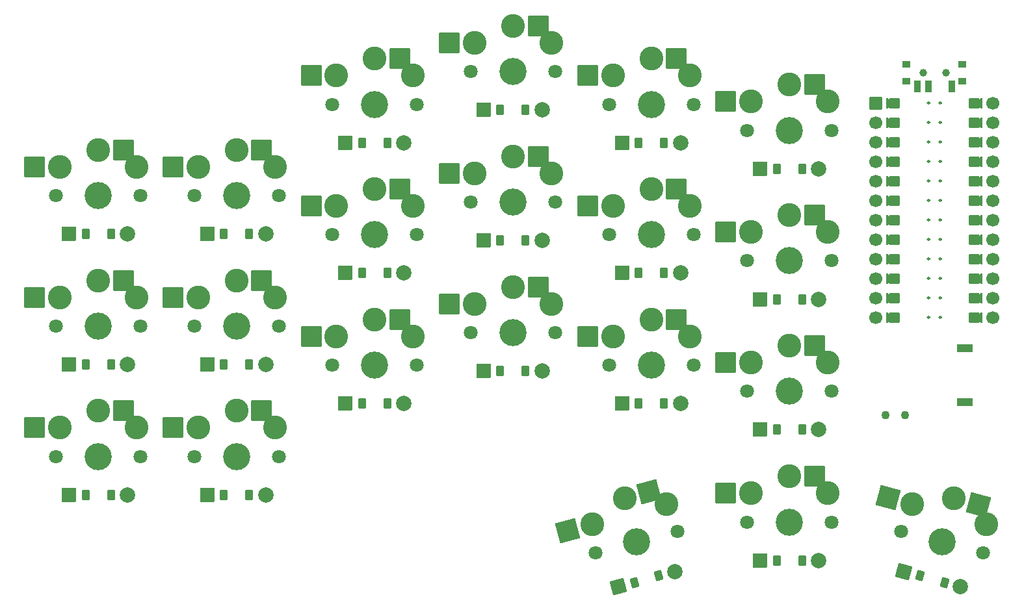
<source format=gbr>
%TF.GenerationSoftware,KiCad,Pcbnew,(6.0.4)*%
%TF.CreationDate,2022-07-03T12:25:36-07:00*%
%TF.ProjectId,danns87_corne_custom,64616e6e-7338-4375-9f63-6f726e655f63,v1.0.0*%
%TF.SameCoordinates,Original*%
%TF.FileFunction,Soldermask,Top*%
%TF.FilePolarity,Negative*%
%FSLAX46Y46*%
G04 Gerber Fmt 4.6, Leading zero omitted, Abs format (unit mm)*
G04 Created by KiCad (PCBNEW (6.0.4)) date 2022-07-03 12:25:36*
%MOMM*%
%LPD*%
G01*
G04 APERTURE LIST*
G04 Aperture macros list*
%AMRoundRect*
0 Rectangle with rounded corners*
0 $1 Rounding radius*
0 $2 $3 $4 $5 $6 $7 $8 $9 X,Y pos of 4 corners*
0 Add a 4 corners polygon primitive as box body*
4,1,4,$2,$3,$4,$5,$6,$7,$8,$9,$2,$3,0*
0 Add four circle primitives for the rounded corners*
1,1,$1+$1,$2,$3*
1,1,$1+$1,$4,$5*
1,1,$1+$1,$6,$7*
1,1,$1+$1,$8,$9*
0 Add four rect primitives between the rounded corners*
20,1,$1+$1,$2,$3,$4,$5,0*
20,1,$1+$1,$4,$5,$6,$7,0*
20,1,$1+$1,$6,$7,$8,$9,0*
20,1,$1+$1,$8,$9,$2,$3,0*%
%AMFreePoly0*
4,1,14,0.635355,0.435355,0.650000,0.400000,0.650000,0.200000,0.635355,0.164645,0.035355,-0.435355,0.000000,-0.450000,-0.035355,-0.435355,-0.635355,0.164645,-0.650000,0.200000,-0.650000,0.400000,-0.635355,0.435355,-0.600000,0.450000,0.600000,0.450000,0.635355,0.435355,0.635355,0.435355,$1*%
%AMFreePoly1*
4,1,16,0.635355,1.035355,0.650000,1.000000,0.650000,-0.250000,0.635355,-0.285355,0.600000,-0.300000,-0.600000,-0.300000,-0.635355,-0.285355,-0.650000,-0.250000,-0.650000,1.000000,-0.635355,1.035355,-0.600000,1.050000,-0.564645,1.035355,0.000000,0.470710,0.564645,1.035355,0.600000,1.050000,0.635355,1.035355,0.635355,1.035355,$1*%
G04 Aperture macros list end*
%ADD10C,0.250000*%
%ADD11C,0.100000*%
%ADD12C,1.100000*%
%ADD13C,2.005000*%
%ADD14RoundRect,0.050000X-0.450000X-0.600000X0.450000X-0.600000X0.450000X0.600000X-0.450000X0.600000X0*%
%ADD15RoundRect,0.050000X-0.889000X-0.889000X0.889000X-0.889000X0.889000X0.889000X-0.889000X0.889000X0*%
%ADD16C,3.100000*%
%ADD17C,3.529000*%
%ADD18C,1.801800*%
%ADD19RoundRect,0.050000X-1.300000X-1.300000X1.300000X-1.300000X1.300000X1.300000X-1.300000X1.300000X0*%
%ADD20RoundRect,0.050000X1.000000X-0.500000X1.000000X0.500000X-1.000000X0.500000X-1.000000X-0.500000X0*%
%ADD21FreePoly0,270.000000*%
%ADD22FreePoly0,90.000000*%
%ADD23RoundRect,0.050000X-0.800000X0.800000X-0.800000X-0.800000X0.800000X-0.800000X0.800000X0.800000X0*%
%ADD24C,1.700000*%
%ADD25FreePoly1,270.000000*%
%ADD26FreePoly1,90.000000*%
%ADD27RoundRect,0.050000X0.500000X0.400000X-0.500000X0.400000X-0.500000X-0.400000X0.500000X-0.400000X0*%
%ADD28C,1.000000*%
%ADD29RoundRect,0.050000X0.350000X0.750000X-0.350000X0.750000X-0.350000X-0.750000X0.350000X-0.750000X0*%
%ADD30RoundRect,0.050000X-0.589958X-0.463087X0.279375X-0.696024X0.589958X0.463087X-0.279375X0.696024X0*%
%ADD31RoundRect,0.050000X-1.088798X-0.628618X0.628618X-1.088798X1.088798X0.628618X-0.628618X1.088798X0*%
%ADD32RoundRect,0.050000X-0.279375X-0.696024X0.589958X-0.463087X0.279375X0.696024X-0.589958X0.463087X0*%
%ADD33RoundRect,0.050000X-0.628618X-1.088798X1.088798X-0.628618X0.628618X1.088798X-1.088798X0.628618X0*%
%ADD34RoundRect,0.050000X-1.592168X-0.919239X0.919239X-1.592168X1.592168X0.919239X-0.919239X1.592168X0*%
%ADD35RoundRect,0.050000X-0.919239X-1.592168X1.592168X-0.919239X0.919239X1.592168X-1.592168X0.919239X0*%
G04 APERTURE END LIST*
D10*
%TO.C,MCU1*%
X127777000Y33370000D02*
G75*
G03*
X127777000Y33370000I-125000J0D01*
G01*
X126253000Y20670000D02*
G75*
G03*
X126253000Y20670000I-125000J0D01*
G01*
X127777000Y35910000D02*
G75*
G03*
X127777000Y35910000I-125000J0D01*
G01*
X127777000Y18130000D02*
G75*
G03*
X127777000Y18130000I-125000J0D01*
G01*
X126253000Y40990000D02*
G75*
G03*
X126253000Y40990000I-125000J0D01*
G01*
X127777000Y46070000D02*
G75*
G03*
X127777000Y46070000I-125000J0D01*
G01*
X126253000Y35910000D02*
G75*
G03*
X126253000Y35910000I-125000J0D01*
G01*
X127777000Y20670000D02*
G75*
G03*
X127777000Y20670000I-125000J0D01*
G01*
X127777000Y28290000D02*
G75*
G03*
X127777000Y28290000I-125000J0D01*
G01*
X126253000Y23210000D02*
G75*
G03*
X126253000Y23210000I-125000J0D01*
G01*
X126253000Y46070000D02*
G75*
G03*
X126253000Y46070000I-125000J0D01*
G01*
X127777000Y38450000D02*
G75*
G03*
X127777000Y38450000I-125000J0D01*
G01*
X127777000Y25750000D02*
G75*
G03*
X127777000Y25750000I-125000J0D01*
G01*
X126253000Y30830000D02*
G75*
G03*
X126253000Y30830000I-125000J0D01*
G01*
X127777000Y30830000D02*
G75*
G03*
X127777000Y30830000I-125000J0D01*
G01*
X127777000Y40990000D02*
G75*
G03*
X127777000Y40990000I-125000J0D01*
G01*
X127777000Y43530000D02*
G75*
G03*
X127777000Y43530000I-125000J0D01*
G01*
X127777000Y23210000D02*
G75*
G03*
X127777000Y23210000I-125000J0D01*
G01*
X126253000Y25750000D02*
G75*
G03*
X126253000Y25750000I-125000J0D01*
G01*
X126253000Y18130000D02*
G75*
G03*
X126253000Y18130000I-125000J0D01*
G01*
X126253000Y43530000D02*
G75*
G03*
X126253000Y43530000I-125000J0D01*
G01*
X126253000Y38450000D02*
G75*
G03*
X126253000Y38450000I-125000J0D01*
G01*
X126253000Y28290000D02*
G75*
G03*
X126253000Y28290000I-125000J0D01*
G01*
X126253000Y33370000D02*
G75*
G03*
X126253000Y33370000I-125000J0D01*
G01*
G36*
X121810000Y20162000D02*
G01*
X120794000Y20162000D01*
X120794000Y21178000D01*
X121810000Y21178000D01*
X121810000Y20162000D01*
G37*
D11*
X121810000Y20162000D02*
X120794000Y20162000D01*
X120794000Y21178000D01*
X121810000Y21178000D01*
X121810000Y20162000D01*
G36*
X132986000Y22702000D02*
G01*
X131970000Y22702000D01*
X131970000Y23718000D01*
X132986000Y23718000D01*
X132986000Y22702000D01*
G37*
X132986000Y22702000D02*
X131970000Y22702000D01*
X131970000Y23718000D01*
X132986000Y23718000D01*
X132986000Y22702000D01*
G36*
X132986000Y20162000D02*
G01*
X131970000Y20162000D01*
X131970000Y21178000D01*
X132986000Y21178000D01*
X132986000Y20162000D01*
G37*
X132986000Y20162000D02*
X131970000Y20162000D01*
X131970000Y21178000D01*
X132986000Y21178000D01*
X132986000Y20162000D01*
G36*
X121810000Y37942000D02*
G01*
X120794000Y37942000D01*
X120794000Y38958000D01*
X121810000Y38958000D01*
X121810000Y37942000D01*
G37*
X121810000Y37942000D02*
X120794000Y37942000D01*
X120794000Y38958000D01*
X121810000Y38958000D01*
X121810000Y37942000D01*
G36*
X132986000Y43022000D02*
G01*
X131970000Y43022000D01*
X131970000Y44038000D01*
X132986000Y44038000D01*
X132986000Y43022000D01*
G37*
X132986000Y43022000D02*
X131970000Y43022000D01*
X131970000Y44038000D01*
X132986000Y44038000D01*
X132986000Y43022000D01*
G36*
X132986000Y27782000D02*
G01*
X131970000Y27782000D01*
X131970000Y28798000D01*
X132986000Y28798000D01*
X132986000Y27782000D01*
G37*
X132986000Y27782000D02*
X131970000Y27782000D01*
X131970000Y28798000D01*
X132986000Y28798000D01*
X132986000Y27782000D01*
G36*
X121810000Y43022000D02*
G01*
X120794000Y43022000D01*
X120794000Y44038000D01*
X121810000Y44038000D01*
X121810000Y43022000D01*
G37*
X121810000Y43022000D02*
X120794000Y43022000D01*
X120794000Y44038000D01*
X121810000Y44038000D01*
X121810000Y43022000D01*
G36*
X121810000Y35402000D02*
G01*
X120794000Y35402000D01*
X120794000Y36418000D01*
X121810000Y36418000D01*
X121810000Y35402000D01*
G37*
X121810000Y35402000D02*
X120794000Y35402000D01*
X120794000Y36418000D01*
X121810000Y36418000D01*
X121810000Y35402000D01*
G36*
X132986000Y17622000D02*
G01*
X131970000Y17622000D01*
X131970000Y18638000D01*
X132986000Y18638000D01*
X132986000Y17622000D01*
G37*
X132986000Y17622000D02*
X131970000Y17622000D01*
X131970000Y18638000D01*
X132986000Y18638000D01*
X132986000Y17622000D01*
G36*
X132986000Y45562000D02*
G01*
X131970000Y45562000D01*
X131970000Y46578000D01*
X132986000Y46578000D01*
X132986000Y45562000D01*
G37*
X132986000Y45562000D02*
X131970000Y45562000D01*
X131970000Y46578000D01*
X132986000Y46578000D01*
X132986000Y45562000D01*
G36*
X132986000Y37942000D02*
G01*
X131970000Y37942000D01*
X131970000Y38958000D01*
X132986000Y38958000D01*
X132986000Y37942000D01*
G37*
X132986000Y37942000D02*
X131970000Y37942000D01*
X131970000Y38958000D01*
X132986000Y38958000D01*
X132986000Y37942000D01*
G36*
X132986000Y35402000D02*
G01*
X131970000Y35402000D01*
X131970000Y36418000D01*
X132986000Y36418000D01*
X132986000Y35402000D01*
G37*
X132986000Y35402000D02*
X131970000Y35402000D01*
X131970000Y36418000D01*
X132986000Y36418000D01*
X132986000Y35402000D01*
G36*
X121810000Y17622000D02*
G01*
X120794000Y17622000D01*
X120794000Y18638000D01*
X121810000Y18638000D01*
X121810000Y17622000D01*
G37*
X121810000Y17622000D02*
X120794000Y17622000D01*
X120794000Y18638000D01*
X121810000Y18638000D01*
X121810000Y17622000D01*
G36*
X121810000Y45562000D02*
G01*
X120794000Y45562000D01*
X120794000Y46578000D01*
X121810000Y46578000D01*
X121810000Y45562000D01*
G37*
X121810000Y45562000D02*
X120794000Y45562000D01*
X120794000Y46578000D01*
X121810000Y46578000D01*
X121810000Y45562000D01*
G36*
X132986000Y25242000D02*
G01*
X131970000Y25242000D01*
X131970000Y26258000D01*
X132986000Y26258000D01*
X132986000Y25242000D01*
G37*
X132986000Y25242000D02*
X131970000Y25242000D01*
X131970000Y26258000D01*
X132986000Y26258000D01*
X132986000Y25242000D01*
G36*
X132986000Y40482000D02*
G01*
X131970000Y40482000D01*
X131970000Y41498000D01*
X132986000Y41498000D01*
X132986000Y40482000D01*
G37*
X132986000Y40482000D02*
X131970000Y40482000D01*
X131970000Y41498000D01*
X132986000Y41498000D01*
X132986000Y40482000D01*
G36*
X121810000Y30322000D02*
G01*
X120794000Y30322000D01*
X120794000Y31338000D01*
X121810000Y31338000D01*
X121810000Y30322000D01*
G37*
X121810000Y30322000D02*
X120794000Y30322000D01*
X120794000Y31338000D01*
X121810000Y31338000D01*
X121810000Y30322000D01*
G36*
X121810000Y40482000D02*
G01*
X120794000Y40482000D01*
X120794000Y41498000D01*
X121810000Y41498000D01*
X121810000Y40482000D01*
G37*
X121810000Y40482000D02*
X120794000Y40482000D01*
X120794000Y41498000D01*
X121810000Y41498000D01*
X121810000Y40482000D01*
G36*
X121810000Y25242000D02*
G01*
X120794000Y25242000D01*
X120794000Y26258000D01*
X121810000Y26258000D01*
X121810000Y25242000D01*
G37*
X121810000Y25242000D02*
X120794000Y25242000D01*
X120794000Y26258000D01*
X121810000Y26258000D01*
X121810000Y25242000D01*
G36*
X121810000Y27782000D02*
G01*
X120794000Y27782000D01*
X120794000Y28798000D01*
X121810000Y28798000D01*
X121810000Y27782000D01*
G37*
X121810000Y27782000D02*
X120794000Y27782000D01*
X120794000Y28798000D01*
X121810000Y28798000D01*
X121810000Y27782000D01*
G36*
X132986000Y32862000D02*
G01*
X131970000Y32862000D01*
X131970000Y33878000D01*
X132986000Y33878000D01*
X132986000Y32862000D01*
G37*
X132986000Y32862000D02*
X131970000Y32862000D01*
X131970000Y33878000D01*
X132986000Y33878000D01*
X132986000Y32862000D01*
G36*
X132986000Y30322000D02*
G01*
X131970000Y30322000D01*
X131970000Y31338000D01*
X132986000Y31338000D01*
X132986000Y30322000D01*
G37*
X132986000Y30322000D02*
X131970000Y30322000D01*
X131970000Y31338000D01*
X132986000Y31338000D01*
X132986000Y30322000D01*
G36*
X121810000Y22702000D02*
G01*
X120794000Y22702000D01*
X120794000Y23718000D01*
X121810000Y23718000D01*
X121810000Y22702000D01*
G37*
X121810000Y22702000D02*
X120794000Y22702000D01*
X120794000Y23718000D01*
X121810000Y23718000D01*
X121810000Y22702000D01*
G36*
X121810000Y32862000D02*
G01*
X120794000Y32862000D01*
X120794000Y33878000D01*
X121810000Y33878000D01*
X121810000Y32862000D01*
G37*
X121810000Y32862000D02*
X120794000Y32862000D01*
X120794000Y33878000D01*
X121810000Y33878000D01*
X121810000Y32862000D01*
%TD*%
D12*
%TO.C,PAD1*%
X120505000Y5400000D03*
X123045000Y5400000D03*
%TD*%
D13*
%TO.C,D10*%
X75810000Y11150000D03*
D14*
X70350000Y11150000D03*
X73650000Y11150000D03*
D15*
X68190000Y11150000D03*
%TD*%
D14*
%TO.C,D9*%
X52350000Y40900000D03*
D13*
X57810000Y40900000D03*
D15*
X50190000Y40900000D03*
D14*
X55650000Y40900000D03*
%TD*%
D13*
%TO.C,D7*%
X57810000Y6900000D03*
D14*
X52350000Y6900000D03*
X55650000Y6900000D03*
D15*
X50190000Y6900000D03*
%TD*%
D14*
%TO.C,D2*%
X16350000Y12000000D03*
D13*
X21810000Y12000000D03*
D14*
X19650000Y12000000D03*
D15*
X14190000Y12000000D03*
%TD*%
D14*
%TO.C,D16*%
X106350000Y3500000D03*
D13*
X111810000Y3500000D03*
D15*
X104190000Y3500000D03*
D14*
X109650000Y3500000D03*
%TD*%
D16*
%TO.C,S2*%
X23000000Y20750000D03*
D17*
X18000000Y17000000D03*
D16*
X18000000Y22950000D03*
D18*
X23500000Y17000000D03*
D16*
X18000000Y22950000D03*
X13000000Y20750000D03*
D18*
X12500000Y17000000D03*
D19*
X21275000Y22950000D03*
X9725000Y20750000D03*
%TD*%
D14*
%TO.C,D1*%
X16350000Y-5000000D03*
D13*
X21810000Y-5000000D03*
D14*
X19650000Y-5000000D03*
D15*
X14190000Y-5000000D03*
%TD*%
D13*
%TO.C,D6*%
X39810000Y29000000D03*
D14*
X34350000Y29000000D03*
D15*
X32190000Y29000000D03*
D14*
X37650000Y29000000D03*
%TD*%
D20*
%TO.C,S22*%
X130810000Y14075000D03*
X130810000Y7075000D03*
%TD*%
D13*
%TO.C,D13*%
X93810000Y6900000D03*
D14*
X88350000Y6900000D03*
D15*
X86190000Y6900000D03*
D14*
X91650000Y6900000D03*
%TD*%
%TO.C,D4*%
X34350000Y-5000000D03*
D13*
X39810000Y-5000000D03*
D14*
X37650000Y-5000000D03*
D15*
X32190000Y-5000000D03*
%TD*%
D21*
%TO.C,MCU1*%
X132732000Y23210000D03*
D22*
X121048000Y20670000D03*
D23*
X119270000Y46070000D03*
D22*
X121048000Y46070000D03*
D24*
X119270000Y43530000D03*
X119270000Y33370000D03*
X119270000Y23210000D03*
X134510000Y25750000D03*
D22*
X121048000Y30830000D03*
D24*
X119270000Y25750000D03*
X134510000Y20670000D03*
D22*
X121048000Y35910000D03*
D21*
X132732000Y33370000D03*
X132732000Y35910000D03*
D24*
X134510000Y28290000D03*
X134510000Y18130000D03*
X134510000Y40990000D03*
D21*
X132732000Y46070000D03*
D24*
X119270000Y20670000D03*
X134510000Y33370000D03*
X119270000Y35910000D03*
D21*
X132732000Y18130000D03*
D24*
X134510000Y23210000D03*
D21*
X132732000Y20670000D03*
D24*
X134510000Y30830000D03*
D21*
X132732000Y28290000D03*
D24*
X134510000Y46070000D03*
D22*
X121048000Y25750000D03*
D24*
X134510000Y43530000D03*
D22*
X121048000Y23210000D03*
D24*
X119270000Y46070000D03*
D22*
X121048000Y38450000D03*
D24*
X119270000Y40990000D03*
D21*
X132732000Y30830000D03*
D24*
X119270000Y18130000D03*
D22*
X121048000Y40990000D03*
D21*
X132732000Y40990000D03*
X132732000Y38450000D03*
D24*
X134510000Y35910000D03*
X119270000Y28290000D03*
D22*
X121048000Y33370000D03*
D21*
X132732000Y43530000D03*
D24*
X119270000Y38450000D03*
D21*
X132732000Y25750000D03*
D24*
X134510000Y38450000D03*
X119270000Y30830000D03*
D22*
X121048000Y43530000D03*
X121048000Y28290000D03*
X121048000Y18130000D03*
D25*
X131716000Y46070000D03*
X131716000Y43530000D03*
X131716000Y40990000D03*
X131716000Y38450000D03*
X131716000Y35910000D03*
X131716000Y33370000D03*
X131716000Y30830000D03*
X131716000Y28290000D03*
X131716000Y25750000D03*
X131716000Y23210000D03*
X131716000Y20670000D03*
X131716000Y18130000D03*
D26*
X122064000Y18130000D03*
X122064000Y20670000D03*
X122064000Y23210000D03*
X122064000Y25750000D03*
X122064000Y28290000D03*
X122064000Y30830000D03*
X122064000Y33370000D03*
X122064000Y35910000D03*
X122064000Y38450000D03*
X122064000Y40990000D03*
X122064000Y43530000D03*
X122064000Y46070000D03*
%TD*%
D16*
%TO.C,S1*%
X23000000Y3750000D03*
X18000000Y5950000D03*
D18*
X23500000Y0D03*
D16*
X13000000Y3750000D03*
D18*
X12500000Y0D03*
D17*
X18000000Y0D03*
D16*
X18000000Y5950000D03*
D19*
X21275000Y5950000D03*
X9725000Y3750000D03*
%TD*%
D16*
%TO.C,S5*%
X36000000Y22950000D03*
X41000000Y20750000D03*
X31000000Y20750000D03*
D18*
X30500000Y17000000D03*
X41500000Y17000000D03*
D17*
X36000000Y17000000D03*
D16*
X36000000Y22950000D03*
D19*
X39275000Y22950000D03*
X27725000Y20750000D03*
%TD*%
D16*
%TO.C,S15*%
X90000000Y51850000D03*
D17*
X90000000Y45900000D03*
D16*
X90000000Y51850000D03*
D18*
X95500000Y45900000D03*
D16*
X85000000Y49650000D03*
X95000000Y49650000D03*
D18*
X84500000Y45900000D03*
D19*
X93275000Y51850000D03*
X81725000Y49650000D03*
%TD*%
D14*
%TO.C,D14*%
X88350000Y23900000D03*
D13*
X93810000Y23900000D03*
D15*
X86190000Y23900000D03*
D14*
X91650000Y23900000D03*
%TD*%
D18*
%TO.C,S6*%
X41500000Y34000000D03*
D17*
X36000000Y34000000D03*
D18*
X30500000Y34000000D03*
D16*
X41000000Y37750000D03*
X31000000Y37750000D03*
X36000000Y39950000D03*
X36000000Y39950000D03*
D19*
X39275000Y39950000D03*
X27725000Y37750000D03*
%TD*%
D16*
%TO.C,S9*%
X54000000Y51850000D03*
D17*
X54000000Y45900000D03*
D16*
X49000000Y49650000D03*
D18*
X59500000Y45900000D03*
D16*
X54000000Y51850000D03*
X59000000Y49650000D03*
D18*
X48500000Y45900000D03*
D19*
X57275000Y51850000D03*
X45725000Y49650000D03*
%TD*%
D16*
%TO.C,S8*%
X49000000Y32650000D03*
D18*
X59500000Y28900000D03*
D16*
X54000000Y34850000D03*
D18*
X48500000Y28900000D03*
D16*
X59000000Y32650000D03*
D17*
X54000000Y28900000D03*
D16*
X54000000Y34850000D03*
D19*
X57275000Y34850000D03*
X45725000Y32650000D03*
%TD*%
D14*
%TO.C,D18*%
X106350000Y37500000D03*
D13*
X111810000Y37500000D03*
D14*
X109650000Y37500000D03*
D15*
X104190000Y37500000D03*
%TD*%
D16*
%TO.C,S4*%
X36000000Y5950000D03*
D18*
X30500000Y0D03*
D16*
X31000000Y3750000D03*
D18*
X41500000Y0D03*
D16*
X41000000Y3750000D03*
X36000000Y5950000D03*
D17*
X36000000Y0D03*
D19*
X39275000Y5950000D03*
X27725000Y3750000D03*
%TD*%
D13*
%TO.C,D8*%
X57810000Y23900000D03*
D14*
X52350000Y23900000D03*
D15*
X50190000Y23900000D03*
D14*
X55650000Y23900000D03*
%TD*%
D16*
%TO.C,S18*%
X108000000Y48450000D03*
X108000000Y48450000D03*
D18*
X102500000Y42500000D03*
X113500000Y42500000D03*
D16*
X103000000Y46250000D03*
D17*
X108000000Y42500000D03*
D16*
X113000000Y46250000D03*
D19*
X111275000Y48450000D03*
X99725000Y46250000D03*
%TD*%
D16*
%TO.C,S13*%
X90000000Y17850000D03*
D18*
X84500000Y11900000D03*
X95500000Y11900000D03*
D16*
X85000000Y15650000D03*
X90000000Y17850000D03*
X95000000Y15650000D03*
D17*
X90000000Y11900000D03*
D19*
X93275000Y17850000D03*
X81725000Y15650000D03*
%TD*%
D13*
%TO.C,D11*%
X75810000Y28150000D03*
D14*
X70350000Y28150000D03*
D15*
X68190000Y28150000D03*
D14*
X73650000Y28150000D03*
%TD*%
D16*
%TO.C,S12*%
X72000000Y56100000D03*
X67000000Y53900000D03*
D17*
X72000000Y50150000D03*
D18*
X77500000Y50150000D03*
X66500000Y50150000D03*
D16*
X77000000Y53900000D03*
X72000000Y56100000D03*
D19*
X75275000Y56100000D03*
X63725000Y53900000D03*
%TD*%
D14*
%TO.C,D3*%
X16350000Y29000000D03*
D13*
X21810000Y29000000D03*
D15*
X14190000Y29000000D03*
D14*
X19650000Y29000000D03*
%TD*%
D13*
%TO.C,D5*%
X39810000Y12000000D03*
D14*
X34350000Y12000000D03*
X37650000Y12000000D03*
D15*
X32190000Y12000000D03*
%TD*%
D27*
%TO.C,T1*%
X130540000Y51105000D03*
D28*
X125390000Y50005000D03*
X128390000Y50005000D03*
D27*
X123240000Y48895000D03*
D28*
X125390000Y50005000D03*
X128390000Y50005000D03*
D27*
X123240000Y51105000D03*
X130540000Y48895000D03*
D29*
X129140000Y48245000D03*
X126140000Y48245000D03*
X124640000Y48245000D03*
%TD*%
D16*
%TO.C,S11*%
X72000000Y39100000D03*
X77000000Y36900000D03*
D18*
X77500000Y33150000D03*
X66500000Y33150000D03*
D17*
X72000000Y33150000D03*
D16*
X67000000Y36900000D03*
X72000000Y39100000D03*
D19*
X75275000Y39100000D03*
X63725000Y36900000D03*
%TD*%
D18*
%TO.C,S10*%
X77500000Y16150000D03*
D16*
X72000000Y22100000D03*
X67000000Y19900000D03*
D18*
X66500000Y16150000D03*
D16*
X72000000Y22100000D03*
X77000000Y19900000D03*
D17*
X72000000Y16150000D03*
D19*
X75275000Y22100000D03*
X63725000Y19900000D03*
%TD*%
D13*
%TO.C,D17*%
X111810000Y20500000D03*
D14*
X106350000Y20500000D03*
X109650000Y20500000D03*
D15*
X104190000Y20500000D03*
%TD*%
D13*
%TO.C,D20*%
X111796700Y-13541300D03*
D14*
X106336700Y-13541300D03*
D15*
X104176700Y-13541300D03*
D14*
X109636700Y-13541300D03*
%TD*%
D30*
%TO.C,D21*%
X124992122Y-15562849D03*
D13*
X130266077Y-16976001D03*
D31*
X122905723Y-15003799D03*
D30*
X128179678Y-16416951D03*
%TD*%
D16*
%TO.C,S7*%
X59000000Y15650000D03*
X49000000Y15650000D03*
X54000000Y17850000D03*
D18*
X48500000Y11900000D03*
D16*
X54000000Y17850000D03*
D17*
X54000000Y11900000D03*
D18*
X59500000Y11900000D03*
D19*
X57275000Y17850000D03*
X45725000Y15650000D03*
%TD*%
D18*
%TO.C,S17*%
X102500000Y25500000D03*
D16*
X103000000Y29250000D03*
D18*
X113500000Y25500000D03*
D17*
X108000000Y25500000D03*
D16*
X108000000Y31450000D03*
X108000000Y31450000D03*
X113000000Y29250000D03*
D19*
X111275000Y31450000D03*
X99725000Y29250000D03*
%TD*%
D13*
%TO.C,D12*%
X75810000Y45150000D03*
D14*
X70350000Y45150000D03*
D15*
X68190000Y45150000D03*
D14*
X73650000Y45150000D03*
%TD*%
%TO.C,D15*%
X88350000Y40900000D03*
D13*
X93810000Y40900000D03*
D14*
X91650000Y40900000D03*
D15*
X86190000Y40900000D03*
%TD*%
D16*
%TO.C,S20*%
X107986700Y-2591300D03*
X107986700Y-2591300D03*
D18*
X102486700Y-8541300D03*
D16*
X112986700Y-4791300D03*
D18*
X113486700Y-8541300D03*
D16*
X102986700Y-4791300D03*
D17*
X107986700Y-8541300D03*
D19*
X111261700Y-2591300D03*
X99711700Y-4791300D03*
%TD*%
D32*
%TO.C,D19*%
X87793722Y-16416951D03*
D13*
X93067677Y-15003799D03*
D33*
X85707323Y-16976001D03*
D32*
X90981278Y-15562849D03*
%TD*%
D16*
%TO.C,S21*%
X129419973Y-5413041D03*
D18*
X122567408Y-9736795D03*
D16*
X133680201Y-8832173D03*
D17*
X127880000Y-11160300D03*
D16*
X124020942Y-6243983D03*
D18*
X133192592Y-12583805D03*
D16*
X129419973Y-5413041D03*
D34*
X132583380Y-6260674D03*
X120857535Y-5396351D03*
%TD*%
D16*
%TO.C,S3*%
X13000000Y37750000D03*
X23000000Y37750000D03*
D18*
X12500000Y34000000D03*
D16*
X18000000Y39950000D03*
D18*
X23500000Y34000000D03*
D17*
X18000000Y34000000D03*
D16*
X18000000Y39950000D03*
D19*
X21275000Y39950000D03*
X9725000Y37750000D03*
%TD*%
D16*
%TO.C,S19*%
X86553427Y-5413041D03*
D18*
X93405992Y-9736795D03*
D17*
X88093400Y-11160300D03*
D16*
X91952458Y-6243983D03*
X86553427Y-5413041D03*
X82293199Y-8832173D03*
D18*
X82780808Y-12583805D03*
D35*
X89716834Y-4565409D03*
X79129792Y-9679806D03*
%TD*%
D16*
%TO.C,S14*%
X90000000Y34850000D03*
X90000000Y34850000D03*
D17*
X90000000Y28900000D03*
D16*
X85000000Y32650000D03*
X95000000Y32650000D03*
D18*
X84500000Y28900000D03*
X95500000Y28900000D03*
D19*
X93275000Y34850000D03*
X81725000Y32650000D03*
%TD*%
D16*
%TO.C,S16*%
X108000000Y14450000D03*
X108000000Y14450000D03*
X113000000Y12250000D03*
D18*
X102500000Y8500000D03*
D16*
X103000000Y12250000D03*
D18*
X113500000Y8500000D03*
D17*
X108000000Y8500000D03*
D19*
X111275000Y14450000D03*
X99725000Y12250000D03*
%TD*%
M02*

</source>
